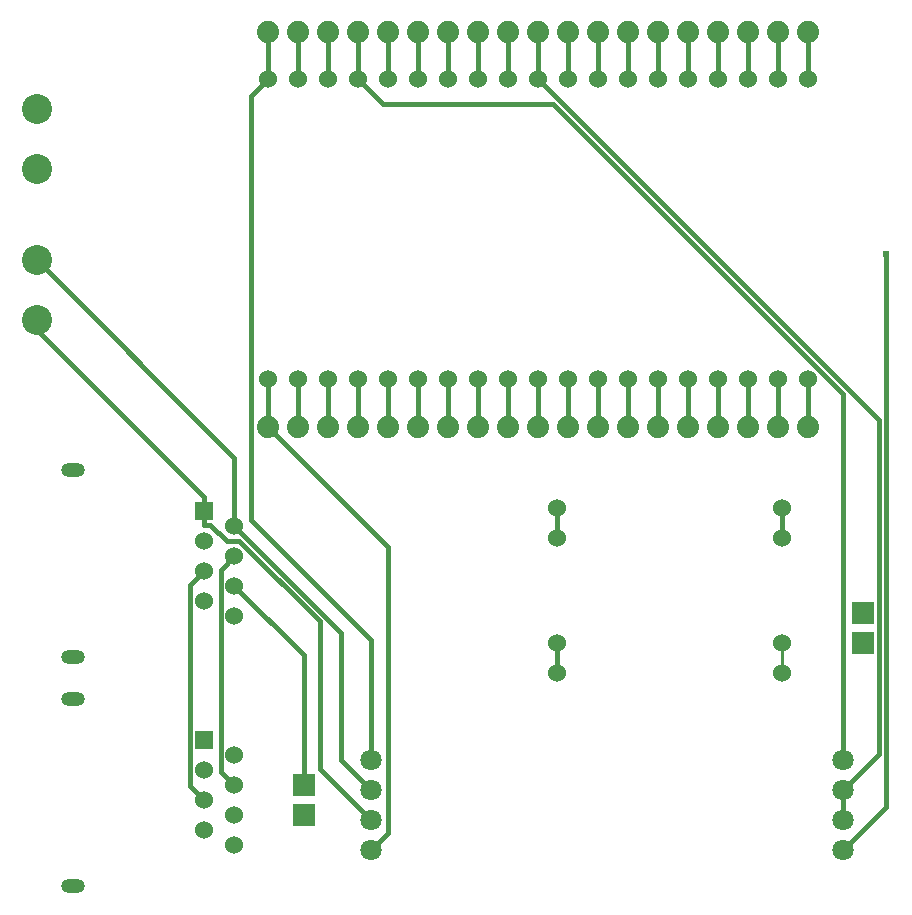
<source format=gbl>
G04 Layer: BottomLayer*
G04 EasyEDA v6.5.22, 2023-01-11 09:16:23*
G04 b7ba764f11704334a16948ce3b62396a,f9ecfe7abe46434aadffdc01d2bfd918,10*
G04 Gerber Generator version 0.2*
G04 Scale: 100 percent, Rotated: No, Reflected: No *
G04 Dimensions in millimeters *
G04 leading zeros omitted , absolute positions ,4 integer and 5 decimal *
%FSLAX45Y45*%
%MOMM*%

%ADD10C,0.4000*%
%ADD11C,0.2540*%
%ADD12C,1.8000*%
%ADD13C,1.5240*%
%ADD14C,2.5400*%
%ADD15R,1.9304X1.9304*%
%ADD16C,1.8796*%
%ADD17R,1.5240X1.5240*%
%ADD18O,1.9999959999999999X1.1999976*%
%ADD19C,0.6100*%

%LPD*%
D10*
X3048000Y9537700D02*
G01*
X3048000Y9144000D01*
X3302000Y9537700D02*
G01*
X3302000Y9144000D01*
X4064000Y9537700D02*
G01*
X4064000Y9144000D01*
X4318000Y9537700D02*
G01*
X4318000Y9144000D01*
X4572000Y9537700D02*
G01*
X4572000Y9144000D01*
X4826000Y9537700D02*
G01*
X4826000Y9144000D01*
X5334000Y9537700D02*
G01*
X5334000Y9144000D01*
X5588000Y9537700D02*
G01*
X5588000Y9144000D01*
X5842000Y9537700D02*
G01*
X5842000Y9144000D01*
X6096000Y9537700D02*
G01*
X6096000Y9144000D01*
X6350000Y9537700D02*
G01*
X6350000Y9144000D01*
X6604000Y9537700D02*
G01*
X6604000Y9144000D01*
X6858000Y9537700D02*
G01*
X6858000Y9144000D01*
X7112000Y9537700D02*
G01*
X7112000Y9144000D01*
X7366000Y9537700D02*
G01*
X7366000Y9144000D01*
X7112000Y6197600D02*
G01*
X7112000Y6604000D01*
X6858000Y6197600D02*
G01*
X6858000Y6604000D01*
X6604000Y6197600D02*
G01*
X6604000Y6604000D01*
X6350000Y6197600D02*
G01*
X6350000Y6604000D01*
X6096000Y6197600D02*
G01*
X6096000Y6604000D01*
X5842000Y6197600D02*
G01*
X5842000Y6604000D01*
X5588000Y6197600D02*
G01*
X5588000Y6604000D01*
X5334000Y6197600D02*
G01*
X5334000Y6604000D01*
X5080000Y6197600D02*
G01*
X5080000Y6604000D01*
X4826000Y6197600D02*
G01*
X4826000Y6604000D01*
X4572000Y6197600D02*
G01*
X4572000Y6604000D01*
X4318000Y6197600D02*
G01*
X4318000Y6604000D01*
X4064000Y6197600D02*
G01*
X4064000Y6604000D01*
X3810000Y6197600D02*
G01*
X3810000Y6604000D01*
X3556000Y6197600D02*
G01*
X3556000Y6604000D01*
X3302000Y6197600D02*
G01*
X3302000Y6604000D01*
X3048000Y6197600D02*
G01*
X3048000Y6604000D01*
D11*
X7150100Y4114800D02*
G01*
X7150100Y4368800D01*
D10*
X2510790Y4851400D02*
G01*
X3098800Y4263389D01*
X3098800Y3162300D01*
X2256790Y3035300D02*
G01*
X2136266Y3155822D01*
X2136266Y4857877D01*
X2256790Y4978400D01*
X2510790Y3162300D02*
G01*
X2394534Y3278555D01*
X2394534Y4989144D01*
X2510790Y5105400D01*
X2510790Y5359400D02*
G01*
X3414522Y4455668D01*
X3414522Y3375279D01*
X3667099Y3122701D01*
X838200Y7607300D02*
G01*
X2510790Y5934710D01*
X2510790Y5359400D01*
X7150100Y5257800D02*
G01*
X7150100Y5511800D01*
X2794000Y9537700D02*
G01*
X2794000Y9144000D01*
X2794000Y9144000D02*
G01*
X2649854Y8999854D01*
X2649854Y5409387D01*
X3667099Y4392142D01*
X3667099Y3376701D01*
X2794000Y6197600D02*
G01*
X2794000Y6604000D01*
X2794000Y6197600D02*
G01*
X3809669Y5181930D01*
X3809669Y2757271D01*
X3667099Y2614701D01*
X3556000Y9537700D02*
G01*
X3556000Y9144000D01*
X7667091Y3376701D02*
G01*
X7667091Y6471996D01*
X5208473Y8930614D01*
X3769385Y8930614D01*
X3556000Y9144000D01*
X5080000Y9537700D02*
G01*
X5080000Y9144000D01*
X7667091Y2868701D02*
G01*
X7667091Y3122701D01*
X7667091Y3122701D02*
G01*
X7972475Y3428085D01*
X7972475Y6251524D01*
X5080000Y9144000D01*
X2256790Y5602630D02*
G01*
X838200Y7021220D01*
X838200Y7099300D01*
X2256790Y5488965D02*
G01*
X2256790Y5602630D01*
X2256790Y5488965D02*
G01*
X2256790Y5486400D01*
X2256790Y5370169D02*
G01*
X2309520Y5370169D01*
X2447290Y5232400D01*
X2552877Y5232400D01*
X3235375Y4549902D01*
X3235375Y3300425D01*
X3667099Y2868701D01*
X2256790Y5486400D02*
G01*
X2256790Y5370169D01*
X5245100Y5511800D02*
G01*
X5245100Y5257800D01*
X5245100Y4114800D02*
G01*
X5245100Y4368800D01*
X7366000Y6197600D02*
G01*
X7366000Y6604000D01*
X3810000Y9537700D02*
G01*
X3810000Y9144000D01*
X7667091Y2614701D02*
G01*
X8032597Y2980207D01*
X8032597Y7659547D01*
D12*
G01*
X3667099Y3376701D03*
G01*
X3667099Y3122701D03*
G01*
X3667099Y2868701D03*
G01*
X3667099Y2614701D03*
G01*
X7667091Y3376701D03*
G01*
X7667091Y3122701D03*
G01*
X7667091Y2868701D03*
G01*
X7667091Y2614701D03*
D13*
G01*
X2794000Y6604000D03*
G01*
X3048000Y6604000D03*
G01*
X3302000Y6604000D03*
G01*
X3556000Y6604000D03*
G01*
X3810000Y6604000D03*
G01*
X4064000Y6604000D03*
G01*
X4318000Y6604000D03*
G01*
X4572000Y6604000D03*
G01*
X4826000Y6604000D03*
G01*
X5080000Y6604000D03*
G01*
X5334000Y6604000D03*
G01*
X5588000Y6604000D03*
G01*
X5842000Y6604000D03*
G01*
X6096000Y6604000D03*
G01*
X6350000Y6604000D03*
G01*
X6604000Y6604000D03*
G01*
X6858000Y6604000D03*
G01*
X7112000Y6604000D03*
G01*
X7366000Y6604000D03*
G01*
X7366000Y9144000D03*
G01*
X7112000Y9144000D03*
G01*
X6858000Y9144000D03*
G01*
X6604000Y9144000D03*
G01*
X6350000Y9144000D03*
G01*
X6096000Y9144000D03*
G01*
X5842000Y9144000D03*
G01*
X5588000Y9144000D03*
G01*
X5334000Y9144000D03*
G01*
X5080000Y9144000D03*
G01*
X4826000Y9144000D03*
G01*
X4572000Y9144000D03*
G01*
X4318000Y9144000D03*
G01*
X4064000Y9144000D03*
G01*
X3810000Y9144000D03*
G01*
X3556000Y9144000D03*
G01*
X3302000Y9144000D03*
G01*
X3048000Y9144000D03*
G01*
X2794000Y9144000D03*
D14*
G01*
X838200Y7607300D03*
G01*
X838200Y7099300D03*
G01*
X838200Y8890000D03*
G01*
X838200Y8382000D03*
D15*
G01*
X3098800Y3162300D03*
G01*
X3098800Y2908300D03*
D16*
G01*
X3048000Y9537700D03*
G01*
X3302000Y9537700D03*
G01*
X3556000Y9537700D03*
G01*
X2794000Y9537700D03*
G01*
X3810000Y9537700D03*
G01*
X4064000Y9537700D03*
G01*
X4318000Y9537700D03*
G01*
X4572000Y9537700D03*
G01*
X4826000Y9537700D03*
G01*
X5080000Y9537700D03*
G01*
X5334000Y9537700D03*
G01*
X5588000Y9537700D03*
G01*
X5842000Y9537700D03*
G01*
X6096000Y9537700D03*
G01*
X6350000Y9537700D03*
G01*
X6604000Y9537700D03*
G01*
X6858000Y9537700D03*
G01*
X7112000Y9537700D03*
G01*
X7366000Y9537700D03*
G01*
X3048000Y6197600D03*
G01*
X3302000Y6197600D03*
G01*
X3556000Y6197600D03*
G01*
X2794000Y6197600D03*
G01*
X3810000Y6197600D03*
G01*
X4064000Y6197600D03*
G01*
X4318000Y6197600D03*
G01*
X4572000Y6197600D03*
G01*
X4826000Y6197600D03*
G01*
X5080000Y6197600D03*
G01*
X5334000Y6197600D03*
G01*
X5588000Y6197600D03*
G01*
X5842000Y6197600D03*
G01*
X6096000Y6197600D03*
G01*
X6350000Y6197600D03*
G01*
X6604000Y6197600D03*
G01*
X6858000Y6197600D03*
G01*
X7112000Y6197600D03*
G01*
X7366000Y6197600D03*
D13*
G01*
X2510790Y4597400D03*
G01*
X2256790Y4724400D03*
G01*
X2510790Y4851400D03*
G01*
X2256790Y4978400D03*
G01*
X2510790Y5105400D03*
G01*
X2256790Y5232400D03*
G01*
X2510790Y5359400D03*
D17*
G01*
X2256790Y5486400D03*
D18*
G01*
X1146810Y4251909D03*
G01*
X1146810Y5831890D03*
D13*
G01*
X2510790Y2654300D03*
G01*
X2256790Y2781300D03*
G01*
X2510790Y2908300D03*
G01*
X2256790Y3035300D03*
G01*
X2510790Y3162300D03*
G01*
X2256790Y3289300D03*
G01*
X2510790Y3416300D03*
D17*
G01*
X2256790Y3543300D03*
D18*
G01*
X1146810Y2308809D03*
G01*
X1146810Y3888790D03*
D13*
G01*
X5245100Y5257800D03*
G01*
X5245100Y5511800D03*
G01*
X5245100Y4368800D03*
G01*
X5245100Y4114800D03*
G01*
X7150100Y5511800D03*
G01*
X7150100Y5257800D03*
G01*
X7150100Y4368800D03*
G01*
X7150100Y4114800D03*
D15*
G01*
X7835900Y4622800D03*
G01*
X7835900Y4368800D03*
D19*
G01*
X8032597Y7659547D03*
M02*

</source>
